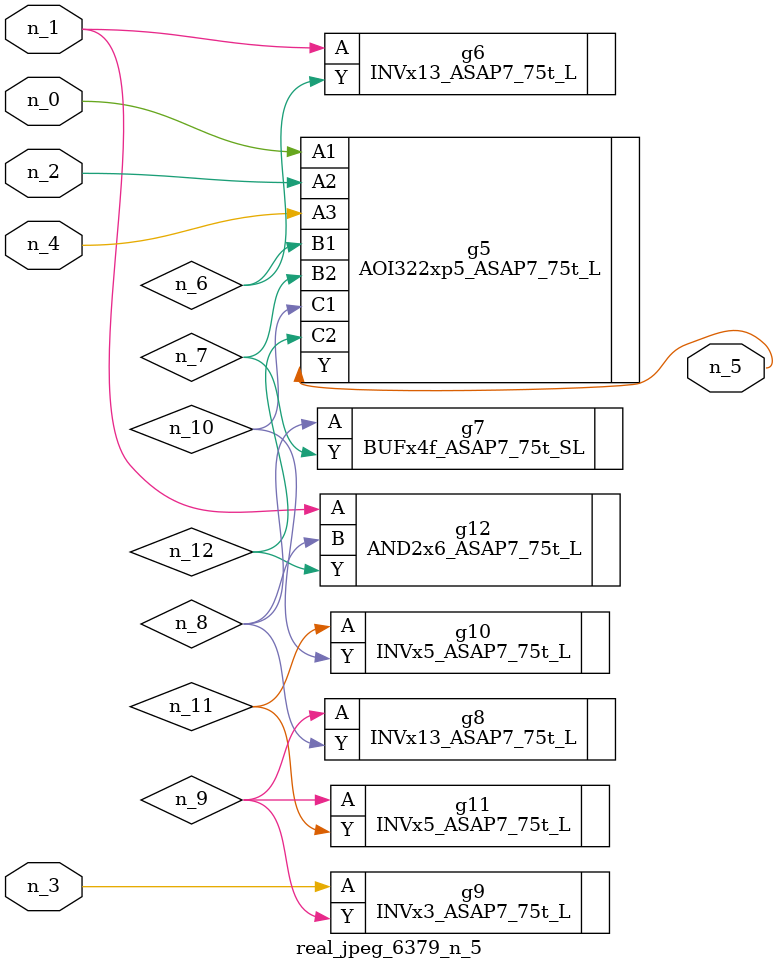
<source format=v>
module real_jpeg_6379_n_5 (n_4, n_0, n_1, n_2, n_3, n_5);

input n_4;
input n_0;
input n_1;
input n_2;
input n_3;

output n_5;

wire n_12;
wire n_8;
wire n_11;
wire n_6;
wire n_7;
wire n_10;
wire n_9;

AOI322xp5_ASAP7_75t_L g5 ( 
.A1(n_0),
.A2(n_2),
.A3(n_4),
.B1(n_6),
.B2(n_7),
.C1(n_10),
.C2(n_12),
.Y(n_5)
);

INVx13_ASAP7_75t_L g6 ( 
.A(n_1),
.Y(n_6)
);

AND2x6_ASAP7_75t_L g12 ( 
.A(n_1),
.B(n_8),
.Y(n_12)
);

INVx3_ASAP7_75t_L g9 ( 
.A(n_3),
.Y(n_9)
);

BUFx4f_ASAP7_75t_SL g7 ( 
.A(n_8),
.Y(n_7)
);

INVx13_ASAP7_75t_L g8 ( 
.A(n_9),
.Y(n_8)
);

INVx5_ASAP7_75t_L g11 ( 
.A(n_9),
.Y(n_11)
);

INVx5_ASAP7_75t_L g10 ( 
.A(n_11),
.Y(n_10)
);


endmodule
</source>
